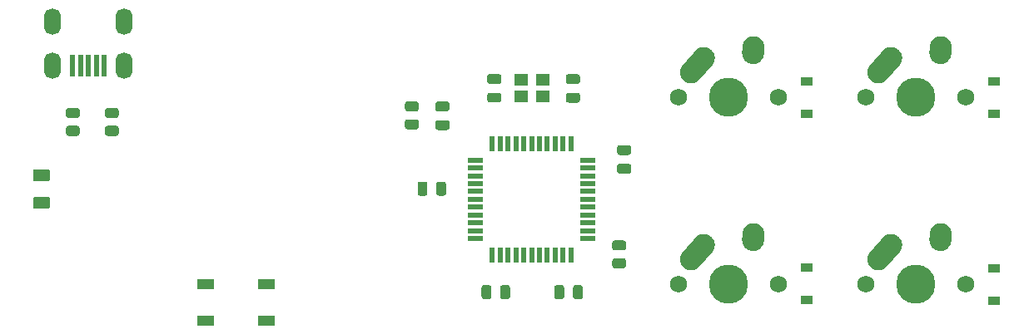
<source format=gbs>
%TF.GenerationSoftware,KiCad,Pcbnew,(5.1.10)-1*%
%TF.CreationDate,2021-05-12T23:01:37-04:00*%
%TF.ProjectId,SwagPad,53776167-5061-4642-9e6b-696361645f70,rev?*%
%TF.SameCoordinates,Original*%
%TF.FileFunction,Soldermask,Bot*%
%TF.FilePolarity,Negative*%
%FSLAX46Y46*%
G04 Gerber Fmt 4.6, Leading zero omitted, Abs format (unit mm)*
G04 Created by KiCad (PCBNEW (5.1.10)-1) date 2021-05-12 23:01:37*
%MOMM*%
%LPD*%
G01*
G04 APERTURE LIST*
%ADD10R,1.400000X1.200000*%
%ADD11O,1.700000X2.700000*%
%ADD12R,0.500000X2.250000*%
%ADD13R,0.550000X1.500000*%
%ADD14R,1.500000X0.550000*%
%ADD15R,1.800000X1.100000*%
%ADD16C,1.750000*%
%ADD17C,2.250000*%
%ADD18C,3.987800*%
%ADD19R,1.200000X0.900000*%
G04 APERTURE END LIST*
D10*
%TO.C,Y1*%
X117686000Y-87129250D03*
X115486000Y-87129250D03*
X115486000Y-88829250D03*
X117686000Y-88829250D03*
%TD*%
D11*
%TO.C,USB1*%
X67787500Y-81153000D03*
X75087500Y-81153000D03*
X75087500Y-85653000D03*
X67787500Y-85653000D03*
D12*
X69837500Y-85653000D03*
X70637500Y-85653000D03*
X71437500Y-85653000D03*
X72237500Y-85653000D03*
X73037500Y-85653000D03*
%TD*%
D13*
%TO.C,U1*%
X112507500Y-104981750D03*
X113307500Y-104981750D03*
X114107500Y-104981750D03*
X114907500Y-104981750D03*
X115707500Y-104981750D03*
X116507500Y-104981750D03*
X117307500Y-104981750D03*
X118107500Y-104981750D03*
X118907500Y-104981750D03*
X119707500Y-104981750D03*
X120507500Y-104981750D03*
D14*
X122207500Y-103281750D03*
X122207500Y-102481750D03*
X122207500Y-101681750D03*
X122207500Y-100881750D03*
X122207500Y-100081750D03*
X122207500Y-99281750D03*
X122207500Y-98481750D03*
X122207500Y-97681750D03*
X122207500Y-96881750D03*
X122207500Y-96081750D03*
X122207500Y-95281750D03*
D13*
X120507500Y-93581750D03*
X119707500Y-93581750D03*
X118907500Y-93581750D03*
X118107500Y-93581750D03*
X117307500Y-93581750D03*
X116507500Y-93581750D03*
X115707500Y-93581750D03*
X114907500Y-93581750D03*
X114107500Y-93581750D03*
X113307500Y-93581750D03*
X112507500Y-93581750D03*
D14*
X110807500Y-95281750D03*
X110807500Y-96081750D03*
X110807500Y-96881750D03*
X110807500Y-97681750D03*
X110807500Y-98481750D03*
X110807500Y-99281750D03*
X110807500Y-100081750D03*
X110807500Y-100881750D03*
X110807500Y-101681750D03*
X110807500Y-102481750D03*
X110807500Y-103281750D03*
%TD*%
D15*
%TO.C,SW1*%
X89543750Y-111650000D03*
X83343750Y-107950000D03*
X89543750Y-107950000D03*
X83343750Y-111650000D03*
%TD*%
%TO.C,R4*%
G36*
G01*
X125862501Y-104493750D02*
X124962499Y-104493750D01*
G75*
G02*
X124712500Y-104243751I0J249999D01*
G01*
X124712500Y-103718749D01*
G75*
G02*
X124962499Y-103468750I249999J0D01*
G01*
X125862501Y-103468750D01*
G75*
G02*
X126112500Y-103718749I0J-249999D01*
G01*
X126112500Y-104243751D01*
G75*
G02*
X125862501Y-104493750I-249999J0D01*
G01*
G37*
G36*
G01*
X125862501Y-106318750D02*
X124962499Y-106318750D01*
G75*
G02*
X124712500Y-106068751I0J249999D01*
G01*
X124712500Y-105543749D01*
G75*
G02*
X124962499Y-105293750I249999J0D01*
G01*
X125862501Y-105293750D01*
G75*
G02*
X126112500Y-105543749I0J-249999D01*
G01*
X126112500Y-106068751D01*
G75*
G02*
X125862501Y-106318750I-249999J0D01*
G01*
G37*
%TD*%
%TO.C,R3*%
G36*
G01*
X104780501Y-90333250D02*
X103880499Y-90333250D01*
G75*
G02*
X103630500Y-90083251I0J249999D01*
G01*
X103630500Y-89558249D01*
G75*
G02*
X103880499Y-89308250I249999J0D01*
G01*
X104780501Y-89308250D01*
G75*
G02*
X105030500Y-89558249I0J-249999D01*
G01*
X105030500Y-90083251D01*
G75*
G02*
X104780501Y-90333250I-249999J0D01*
G01*
G37*
G36*
G01*
X104780501Y-92158250D02*
X103880499Y-92158250D01*
G75*
G02*
X103630500Y-91908251I0J249999D01*
G01*
X103630500Y-91383249D01*
G75*
G02*
X103880499Y-91133250I249999J0D01*
G01*
X104780501Y-91133250D01*
G75*
G02*
X105030500Y-91383249I0J-249999D01*
G01*
X105030500Y-91908251D01*
G75*
G02*
X104780501Y-92158250I-249999J0D01*
G01*
G37*
%TD*%
%TO.C,R2*%
G36*
G01*
X74268751Y-91000000D02*
X73368749Y-91000000D01*
G75*
G02*
X73118750Y-90750001I0J249999D01*
G01*
X73118750Y-90224999D01*
G75*
G02*
X73368749Y-89975000I249999J0D01*
G01*
X74268751Y-89975000D01*
G75*
G02*
X74518750Y-90224999I0J-249999D01*
G01*
X74518750Y-90750001D01*
G75*
G02*
X74268751Y-91000000I-249999J0D01*
G01*
G37*
G36*
G01*
X74268751Y-92825000D02*
X73368749Y-92825000D01*
G75*
G02*
X73118750Y-92575001I0J249999D01*
G01*
X73118750Y-92049999D01*
G75*
G02*
X73368749Y-91800000I249999J0D01*
G01*
X74268751Y-91800000D01*
G75*
G02*
X74518750Y-92049999I0J-249999D01*
G01*
X74518750Y-92575001D01*
G75*
G02*
X74268751Y-92825000I-249999J0D01*
G01*
G37*
%TD*%
%TO.C,R1*%
G36*
G01*
X70300001Y-91000000D02*
X69399999Y-91000000D01*
G75*
G02*
X69150000Y-90750001I0J249999D01*
G01*
X69150000Y-90224999D01*
G75*
G02*
X69399999Y-89975000I249999J0D01*
G01*
X70300001Y-89975000D01*
G75*
G02*
X70550000Y-90224999I0J-249999D01*
G01*
X70550000Y-90750001D01*
G75*
G02*
X70300001Y-91000000I-249999J0D01*
G01*
G37*
G36*
G01*
X70300001Y-92825000D02*
X69399999Y-92825000D01*
G75*
G02*
X69150000Y-92575001I0J249999D01*
G01*
X69150000Y-92049999D01*
G75*
G02*
X69399999Y-91800000I249999J0D01*
G01*
X70300001Y-91800000D01*
G75*
G02*
X70550000Y-92049999I0J-249999D01*
G01*
X70550000Y-92575001D01*
G75*
G02*
X70300001Y-92825000I-249999J0D01*
G01*
G37*
%TD*%
D16*
%TO.C,MX4*%
X160655000Y-107950000D03*
X150495000Y-107950000D03*
D17*
X153075000Y-103950000D03*
D18*
X155575000Y-107950000D03*
G36*
G01*
X151013688Y-106247350D02*
X151013683Y-106247345D01*
G75*
G02*
X150927655Y-104658683I751317J837345D01*
G01*
X152237657Y-103198683D01*
G75*
G02*
X153826319Y-103112655I837345J-751317D01*
G01*
X153826319Y-103112655D01*
G75*
G02*
X153912347Y-104701317I-751317J-837345D01*
G01*
X152602345Y-106161317D01*
G75*
G02*
X151013683Y-106247345I-837345J751317D01*
G01*
G37*
D17*
X158115000Y-102870000D03*
G36*
G01*
X157998483Y-104572395D02*
X157997597Y-104572334D01*
G75*
G02*
X156952666Y-103372597I77403J1122334D01*
G01*
X156992666Y-102792597D01*
G75*
G02*
X158192403Y-101747666I1122334J-77403D01*
G01*
X158192403Y-101747666D01*
G75*
G02*
X159237334Y-102947403I-77403J-1122334D01*
G01*
X159197334Y-103527403D01*
G75*
G02*
X157997597Y-104572334I-1122334J77403D01*
G01*
G37*
%TD*%
%TO.C,MX3*%
G36*
G01*
X157998483Y-85522395D02*
X157997597Y-85522334D01*
G75*
G02*
X156952666Y-84322597I77403J1122334D01*
G01*
X156992666Y-83742597D01*
G75*
G02*
X158192403Y-82697666I1122334J-77403D01*
G01*
X158192403Y-82697666D01*
G75*
G02*
X159237334Y-83897403I-77403J-1122334D01*
G01*
X159197334Y-84477403D01*
G75*
G02*
X157997597Y-85522334I-1122334J77403D01*
G01*
G37*
X158115000Y-83820000D03*
G36*
G01*
X151013688Y-87197350D02*
X151013683Y-87197345D01*
G75*
G02*
X150927655Y-85608683I751317J837345D01*
G01*
X152237657Y-84148683D01*
G75*
G02*
X153826319Y-84062655I837345J-751317D01*
G01*
X153826319Y-84062655D01*
G75*
G02*
X153912347Y-85651317I-751317J-837345D01*
G01*
X152602345Y-87111317D01*
G75*
G02*
X151013683Y-87197345I-837345J751317D01*
G01*
G37*
D18*
X155575000Y-88900000D03*
D17*
X153075000Y-84900000D03*
D16*
X150495000Y-88900000D03*
X160655000Y-88900000D03*
%TD*%
%TO.C,MX2*%
X141605000Y-107950000D03*
X131445000Y-107950000D03*
D17*
X134025000Y-103950000D03*
D18*
X136525000Y-107950000D03*
G36*
G01*
X131963688Y-106247350D02*
X131963683Y-106247345D01*
G75*
G02*
X131877655Y-104658683I751317J837345D01*
G01*
X133187657Y-103198683D01*
G75*
G02*
X134776319Y-103112655I837345J-751317D01*
G01*
X134776319Y-103112655D01*
G75*
G02*
X134862347Y-104701317I-751317J-837345D01*
G01*
X133552345Y-106161317D01*
G75*
G02*
X131963683Y-106247345I-837345J751317D01*
G01*
G37*
D17*
X139065000Y-102870000D03*
G36*
G01*
X138948483Y-104572395D02*
X138947597Y-104572334D01*
G75*
G02*
X137902666Y-103372597I77403J1122334D01*
G01*
X137942666Y-102792597D01*
G75*
G02*
X139142403Y-101747666I1122334J-77403D01*
G01*
X139142403Y-101747666D01*
G75*
G02*
X140187334Y-102947403I-77403J-1122334D01*
G01*
X140147334Y-103527403D01*
G75*
G02*
X138947597Y-104572334I-1122334J77403D01*
G01*
G37*
%TD*%
%TO.C,MX1*%
G36*
G01*
X138948483Y-85522395D02*
X138947597Y-85522334D01*
G75*
G02*
X137902666Y-84322597I77403J1122334D01*
G01*
X137942666Y-83742597D01*
G75*
G02*
X139142403Y-82697666I1122334J-77403D01*
G01*
X139142403Y-82697666D01*
G75*
G02*
X140187334Y-83897403I-77403J-1122334D01*
G01*
X140147334Y-84477403D01*
G75*
G02*
X138947597Y-85522334I-1122334J77403D01*
G01*
G37*
X139065000Y-83820000D03*
G36*
G01*
X131963688Y-87197350D02*
X131963683Y-87197345D01*
G75*
G02*
X131877655Y-85608683I751317J837345D01*
G01*
X133187657Y-84148683D01*
G75*
G02*
X134776319Y-84062655I837345J-751317D01*
G01*
X134776319Y-84062655D01*
G75*
G02*
X134862347Y-85651317I-751317J-837345D01*
G01*
X133552345Y-87111317D01*
G75*
G02*
X131963683Y-87197345I-837345J751317D01*
G01*
G37*
D18*
X136525000Y-88900000D03*
D17*
X134025000Y-84900000D03*
D16*
X131445000Y-88900000D03*
X141605000Y-88900000D03*
%TD*%
%TO.C,F1*%
G36*
G01*
X67300000Y-97462500D02*
X66050000Y-97462500D01*
G75*
G02*
X65800000Y-97212500I0J250000D01*
G01*
X65800000Y-96462500D01*
G75*
G02*
X66050000Y-96212500I250000J0D01*
G01*
X67300000Y-96212500D01*
G75*
G02*
X67550000Y-96462500I0J-250000D01*
G01*
X67550000Y-97212500D01*
G75*
G02*
X67300000Y-97462500I-250000J0D01*
G01*
G37*
G36*
G01*
X67300000Y-100262500D02*
X66050000Y-100262500D01*
G75*
G02*
X65800000Y-100012500I0J250000D01*
G01*
X65800000Y-99262500D01*
G75*
G02*
X66050000Y-99012500I250000J0D01*
G01*
X67300000Y-99012500D01*
G75*
G02*
X67550000Y-99262500I0J-250000D01*
G01*
X67550000Y-100012500D01*
G75*
G02*
X67300000Y-100262500I-250000J0D01*
G01*
G37*
%TD*%
D19*
%TO.C,D4*%
X163512500Y-106362500D03*
X163512500Y-109662500D03*
%TD*%
%TO.C,D3*%
X163512500Y-87250000D03*
X163512500Y-90550000D03*
%TD*%
%TO.C,D2*%
X144462500Y-106237500D03*
X144462500Y-109537500D03*
%TD*%
%TO.C,D1*%
X144462500Y-87250000D03*
X144462500Y-90550000D03*
%TD*%
%TO.C,C7*%
G36*
G01*
X113318750Y-109218750D02*
X113318750Y-108268750D01*
G75*
G02*
X113568750Y-108018750I250000J0D01*
G01*
X114068750Y-108018750D01*
G75*
G02*
X114318750Y-108268750I0J-250000D01*
G01*
X114318750Y-109218750D01*
G75*
G02*
X114068750Y-109468750I-250000J0D01*
G01*
X113568750Y-109468750D01*
G75*
G02*
X113318750Y-109218750I0J250000D01*
G01*
G37*
G36*
G01*
X111418750Y-109218750D02*
X111418750Y-108268750D01*
G75*
G02*
X111668750Y-108018750I250000J0D01*
G01*
X112168750Y-108018750D01*
G75*
G02*
X112418750Y-108268750I0J-250000D01*
G01*
X112418750Y-109218750D01*
G75*
G02*
X112168750Y-109468750I-250000J0D01*
G01*
X111668750Y-109468750D01*
G75*
G02*
X111418750Y-109218750I0J250000D01*
G01*
G37*
%TD*%
%TO.C,C6*%
G36*
G01*
X107917000Y-90325750D02*
X106967000Y-90325750D01*
G75*
G02*
X106717000Y-90075750I0J250000D01*
G01*
X106717000Y-89575750D01*
G75*
G02*
X106967000Y-89325750I250000J0D01*
G01*
X107917000Y-89325750D01*
G75*
G02*
X108167000Y-89575750I0J-250000D01*
G01*
X108167000Y-90075750D01*
G75*
G02*
X107917000Y-90325750I-250000J0D01*
G01*
G37*
G36*
G01*
X107917000Y-92225750D02*
X106967000Y-92225750D01*
G75*
G02*
X106717000Y-91975750I0J250000D01*
G01*
X106717000Y-91475750D01*
G75*
G02*
X106967000Y-91225750I250000J0D01*
G01*
X107917000Y-91225750D01*
G75*
G02*
X108167000Y-91475750I0J-250000D01*
G01*
X108167000Y-91975750D01*
G75*
G02*
X107917000Y-92225750I-250000J0D01*
G01*
G37*
%TD*%
%TO.C,C5*%
G36*
G01*
X105912500Y-97727750D02*
X105912500Y-98677750D01*
G75*
G02*
X105662500Y-98927750I-250000J0D01*
G01*
X105162500Y-98927750D01*
G75*
G02*
X104912500Y-98677750I0J250000D01*
G01*
X104912500Y-97727750D01*
G75*
G02*
X105162500Y-97477750I250000J0D01*
G01*
X105662500Y-97477750D01*
G75*
G02*
X105912500Y-97727750I0J-250000D01*
G01*
G37*
G36*
G01*
X107812500Y-97727750D02*
X107812500Y-98677750D01*
G75*
G02*
X107562500Y-98927750I-250000J0D01*
G01*
X107062500Y-98927750D01*
G75*
G02*
X106812500Y-98677750I0J250000D01*
G01*
X106812500Y-97727750D01*
G75*
G02*
X107062500Y-97477750I250000J0D01*
G01*
X107562500Y-97477750D01*
G75*
G02*
X107812500Y-97727750I0J-250000D01*
G01*
G37*
%TD*%
%TO.C,C4*%
G36*
G01*
X112237500Y-88426750D02*
X113187500Y-88426750D01*
G75*
G02*
X113437500Y-88676750I0J-250000D01*
G01*
X113437500Y-89176750D01*
G75*
G02*
X113187500Y-89426750I-250000J0D01*
G01*
X112237500Y-89426750D01*
G75*
G02*
X111987500Y-89176750I0J250000D01*
G01*
X111987500Y-88676750D01*
G75*
G02*
X112237500Y-88426750I250000J0D01*
G01*
G37*
G36*
G01*
X112237500Y-86526750D02*
X113187500Y-86526750D01*
G75*
G02*
X113437500Y-86776750I0J-250000D01*
G01*
X113437500Y-87276750D01*
G75*
G02*
X113187500Y-87526750I-250000J0D01*
G01*
X112237500Y-87526750D01*
G75*
G02*
X111987500Y-87276750I0J250000D01*
G01*
X111987500Y-86776750D01*
G75*
G02*
X112237500Y-86526750I250000J0D01*
G01*
G37*
%TD*%
%TO.C,C3*%
G36*
G01*
X121188500Y-87531750D02*
X120238500Y-87531750D01*
G75*
G02*
X119988500Y-87281750I0J250000D01*
G01*
X119988500Y-86781750D01*
G75*
G02*
X120238500Y-86531750I250000J0D01*
G01*
X121188500Y-86531750D01*
G75*
G02*
X121438500Y-86781750I0J-250000D01*
G01*
X121438500Y-87281750D01*
G75*
G02*
X121188500Y-87531750I-250000J0D01*
G01*
G37*
G36*
G01*
X121188500Y-89431750D02*
X120238500Y-89431750D01*
G75*
G02*
X119988500Y-89181750I0J250000D01*
G01*
X119988500Y-88681750D01*
G75*
G02*
X120238500Y-88431750I250000J0D01*
G01*
X121188500Y-88431750D01*
G75*
G02*
X121438500Y-88681750I0J-250000D01*
G01*
X121438500Y-89181750D01*
G75*
G02*
X121188500Y-89431750I-250000J0D01*
G01*
G37*
%TD*%
%TO.C,C2*%
G36*
G01*
X119821500Y-108268750D02*
X119821500Y-109218750D01*
G75*
G02*
X119571500Y-109468750I-250000J0D01*
G01*
X119071500Y-109468750D01*
G75*
G02*
X118821500Y-109218750I0J250000D01*
G01*
X118821500Y-108268750D01*
G75*
G02*
X119071500Y-108018750I250000J0D01*
G01*
X119571500Y-108018750D01*
G75*
G02*
X119821500Y-108268750I0J-250000D01*
G01*
G37*
G36*
G01*
X121721500Y-108268750D02*
X121721500Y-109218750D01*
G75*
G02*
X121471500Y-109468750I-250000J0D01*
G01*
X120971500Y-109468750D01*
G75*
G02*
X120721500Y-109218750I0J250000D01*
G01*
X120721500Y-108268750D01*
G75*
G02*
X120971500Y-108018750I250000J0D01*
G01*
X121471500Y-108018750D01*
G75*
G02*
X121721500Y-108268750I0J-250000D01*
G01*
G37*
%TD*%
%TO.C,C1*%
G36*
G01*
X126395500Y-94770750D02*
X125445500Y-94770750D01*
G75*
G02*
X125195500Y-94520750I0J250000D01*
G01*
X125195500Y-94020750D01*
G75*
G02*
X125445500Y-93770750I250000J0D01*
G01*
X126395500Y-93770750D01*
G75*
G02*
X126645500Y-94020750I0J-250000D01*
G01*
X126645500Y-94520750D01*
G75*
G02*
X126395500Y-94770750I-250000J0D01*
G01*
G37*
G36*
G01*
X126395500Y-96670750D02*
X125445500Y-96670750D01*
G75*
G02*
X125195500Y-96420750I0J250000D01*
G01*
X125195500Y-95920750D01*
G75*
G02*
X125445500Y-95670750I250000J0D01*
G01*
X126395500Y-95670750D01*
G75*
G02*
X126645500Y-95920750I0J-250000D01*
G01*
X126645500Y-96420750D01*
G75*
G02*
X126395500Y-96670750I-250000J0D01*
G01*
G37*
%TD*%
M02*

</source>
